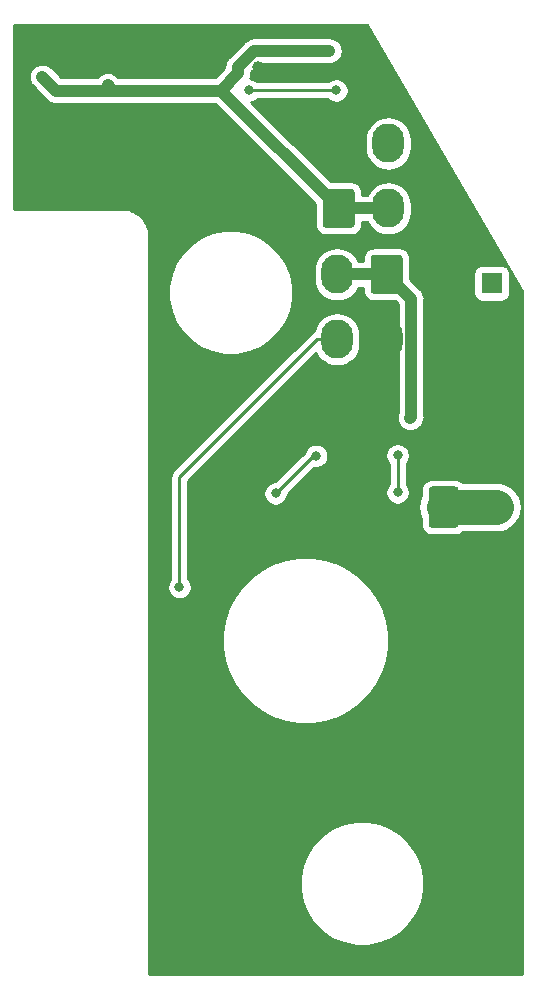
<source format=gbr>
G04 #@! TF.GenerationSoftware,KiCad,Pcbnew,(5.1.6)-1*
G04 #@! TF.CreationDate,2021-08-23T12:19:07+10:00*
G04 #@! TF.ProjectId,AV COOL PCB V2,41562043-4f4f-44c2-9050-43422056322e,rev?*
G04 #@! TF.SameCoordinates,Original*
G04 #@! TF.FileFunction,Copper,L2,Bot*
G04 #@! TF.FilePolarity,Positive*
%FSLAX46Y46*%
G04 Gerber Fmt 4.6, Leading zero omitted, Abs format (unit mm)*
G04 Created by KiCad (PCBNEW (5.1.6)-1) date 2021-08-23 12:19:07*
%MOMM*%
%LPD*%
G01*
G04 APERTURE LIST*
G04 #@! TA.AperFunction,ComponentPad*
%ADD10O,2.700000X3.300000*%
G04 #@! TD*
G04 #@! TA.AperFunction,ComponentPad*
%ADD11C,1.800000*%
G04 #@! TD*
G04 #@! TA.AperFunction,ComponentPad*
%ADD12R,1.800000X1.800000*%
G04 #@! TD*
G04 #@! TA.AperFunction,ViaPad*
%ADD13C,1.000000*%
G04 #@! TD*
G04 #@! TA.AperFunction,ViaPad*
%ADD14C,0.800000*%
G04 #@! TD*
G04 #@! TA.AperFunction,Conductor*
%ADD15C,1.000000*%
G04 #@! TD*
G04 #@! TA.AperFunction,Conductor*
%ADD16C,3.000000*%
G04 #@! TD*
G04 #@! TA.AperFunction,Conductor*
%ADD17C,0.250000*%
G04 #@! TD*
G04 #@! TA.AperFunction,Conductor*
%ADD18C,0.254000*%
G04 #@! TD*
G04 APERTURE END LIST*
D10*
G04 #@! TO.P,J2,4*
G04 #@! TO.N,/DATAOUT*
X236846000Y-61888000D03*
G04 #@! TO.P,J2,3*
G04 #@! TO.N,/LEDGND*
X241046000Y-61888000D03*
G04 #@! TO.P,J2,2*
G04 #@! TO.N,/LED+5V*
X236846000Y-56388000D03*
G04 #@! TO.P,J2,1*
G04 #@! TA.AperFunction,ComponentPad*
G36*
G01*
X242396000Y-54988001D02*
X242396000Y-57787999D01*
G75*
G02*
X242145999Y-58038000I-250001J0D01*
G01*
X239946001Y-58038000D01*
G75*
G02*
X239696000Y-57787999I0J250001D01*
G01*
X239696000Y-54988001D01*
G75*
G02*
X239946001Y-54738000I250001J0D01*
G01*
X242145999Y-54738000D01*
G75*
G02*
X242396000Y-54988001I0J-250001D01*
G01*
G37*
G04 #@! TD.AperFunction*
G04 #@! TD*
G04 #@! TO.P,J1,4*
G04 #@! TO.N,/DATAIN*
X241182000Y-45300000D03*
G04 #@! TO.P,J1,3*
G04 #@! TO.N,/LEDGND*
X236982000Y-45300000D03*
G04 #@! TO.P,J1,2*
G04 #@! TO.N,/LED+5V*
X241182000Y-50800000D03*
G04 #@! TO.P,J1,1*
G04 #@! TA.AperFunction,ComponentPad*
G36*
G01*
X235632000Y-52199999D02*
X235632000Y-49400001D01*
G75*
G02*
X235882001Y-49150000I250001J0D01*
G01*
X238081999Y-49150000D01*
G75*
G02*
X238332000Y-49400001I0J-250001D01*
G01*
X238332000Y-52199999D01*
G75*
G02*
X238081999Y-52450000I-250001J0D01*
G01*
X235882001Y-52450000D01*
G75*
G02*
X235632000Y-52199999I0J250001D01*
G01*
G37*
G04 #@! TD.AperFunction*
G04 #@! TD*
D11*
G04 #@! TO.P,D1,2*
G04 #@! TO.N,/LEDGND*
X247396000Y-57150000D03*
D12*
G04 #@! TO.P,D1,1*
G04 #@! TO.N,Net-(D1-Pad1)*
X249936000Y-57150000D03*
G04 #@! TD*
G04 #@! TO.P,C1,2*
G04 #@! TO.N,/LEDGND*
G04 #@! TA.AperFunction,SMDPad,CuDef*
G36*
G01*
X246872000Y-71346000D02*
X244872000Y-71346000D01*
G75*
G02*
X244622000Y-71096000I0J250000D01*
G01*
X244622000Y-68096000D01*
G75*
G02*
X244872000Y-67846000I250000J0D01*
G01*
X246872000Y-67846000D01*
G75*
G02*
X247122000Y-68096000I0J-250000D01*
G01*
X247122000Y-71096000D01*
G75*
G02*
X246872000Y-71346000I-250000J0D01*
G01*
G37*
G04 #@! TD.AperFunction*
G04 #@! TO.P,C1,1*
G04 #@! TO.N,/LED+5V*
G04 #@! TA.AperFunction,SMDPad,CuDef*
G36*
G01*
X246872000Y-77846000D02*
X244872000Y-77846000D01*
G75*
G02*
X244622000Y-77596000I0J250000D01*
G01*
X244622000Y-74596000D01*
G75*
G02*
X244872000Y-74346000I250000J0D01*
G01*
X246872000Y-74346000D01*
G75*
G02*
X247122000Y-74596000I0J-250000D01*
G01*
X247122000Y-77596000D01*
G75*
G02*
X246872000Y-77846000I-250000J0D01*
G01*
G37*
G04 #@! TD.AperFunction*
G04 #@! TD*
D13*
G04 #@! TO.N,/LEDGND*
X243586000Y-97790000D03*
X231648000Y-97790000D03*
X224536000Y-92964000D03*
X231394000Y-76454000D03*
X244094000Y-82550000D03*
X236220000Y-70104000D03*
X243586000Y-70104000D03*
X213538000Y-38938000D03*
X222758000Y-38862000D03*
X230124000Y-38862000D03*
X237744000Y-38862000D03*
X242062000Y-76454000D03*
X225628000Y-69926000D03*
G04 #@! TO.N,/LED+5V*
X243057000Y-68535600D03*
X236180000Y-37454800D03*
X228452300Y-39377500D03*
X211891500Y-39672400D03*
X248262000Y-76096000D03*
X249278000Y-76096000D03*
X250340000Y-76096000D03*
X217424000Y-40386000D03*
D14*
G04 #@! TO.N,/DATAOUT*
X223504000Y-82862100D03*
G04 #@! TO.N,Net-(D4-Pad3)*
X236786600Y-40807100D03*
X229382700Y-40807100D03*
G04 #@! TO.N,Net-(D7-Pad3)*
X235089001Y-71742999D03*
X231648000Y-74930000D03*
G04 #@! TO.N,Net-(D10-Pad6)*
X241986000Y-71704000D03*
X241986000Y-74854000D03*
G04 #@! TD*
D15*
G04 #@! TO.N,/LED+5V*
X241046000Y-56388000D02*
X243116700Y-58458700D01*
X243116700Y-58458700D02*
X243116700Y-68475900D01*
X243116700Y-68475900D02*
X243057000Y-68535600D01*
X236846000Y-56388000D02*
X241046000Y-56388000D01*
X228452300Y-39377500D02*
X228452300Y-38821000D01*
X228452300Y-38821000D02*
X229818500Y-37454800D01*
X229818500Y-37454800D02*
X236180000Y-37454800D01*
X227005900Y-40823900D02*
X228452300Y-39377500D01*
X227005900Y-40823900D02*
X236982000Y-50800000D01*
X236982000Y-50800000D02*
X241182000Y-50800000D01*
D16*
X249278000Y-76096000D02*
X250340000Y-76096000D01*
X245872000Y-76096000D02*
X248262000Y-76096000D01*
X248262000Y-76096000D02*
X249278000Y-76096000D01*
D15*
X227005900Y-40823900D02*
X217748100Y-40823900D01*
X217748100Y-40710100D02*
X217424000Y-40386000D01*
X217748100Y-40823900D02*
X217748100Y-40710100D01*
X213043000Y-40823900D02*
X211891500Y-39672400D01*
X217748100Y-40823900D02*
X213043000Y-40823900D01*
D17*
G04 #@! TO.N,/DATAOUT*
X236846000Y-61888000D02*
X235171000Y-61888000D01*
X235171000Y-61888000D02*
X223504000Y-73554900D01*
X223504000Y-73554900D02*
X223504000Y-82862100D01*
G04 #@! TO.N,Net-(D4-Pad3)*
X229382700Y-40807100D02*
X236786600Y-40807100D01*
G04 #@! TO.N,Net-(D7-Pad3)*
X234835001Y-71742999D02*
X235089001Y-71742999D01*
X231648000Y-74930000D02*
X234835001Y-71742999D01*
G04 #@! TO.N,Net-(D10-Pad6)*
X241986000Y-74854000D02*
X241986000Y-71704000D01*
G04 #@! TD*
D18*
G04 #@! TO.N,/LEDGND*
G36*
X252502955Y-57793434D02*
G01*
X252502954Y-115597041D01*
X220952935Y-115597041D01*
X220952945Y-107430271D01*
X233673519Y-107430271D01*
X233673519Y-108469749D01*
X233876311Y-109489254D01*
X234274102Y-110449607D01*
X234851606Y-111313901D01*
X235586628Y-112048923D01*
X236450922Y-112626427D01*
X237411275Y-113024218D01*
X238430780Y-113227010D01*
X239470258Y-113227010D01*
X240489763Y-113024218D01*
X241450116Y-112626427D01*
X242314410Y-112048923D01*
X243049432Y-111313901D01*
X243626936Y-110449607D01*
X244024727Y-109489254D01*
X244227519Y-108469749D01*
X244227519Y-107430271D01*
X244024727Y-106410766D01*
X243626936Y-105450413D01*
X243049432Y-104586119D01*
X242314410Y-103851097D01*
X241450116Y-103273593D01*
X240489763Y-102875802D01*
X239470258Y-102673010D01*
X238430780Y-102673010D01*
X237411275Y-102875802D01*
X236450922Y-103273593D01*
X235586628Y-103851097D01*
X234851606Y-104586119D01*
X234274102Y-105450413D01*
X233876311Y-106410766D01*
X233673519Y-107430271D01*
X220952945Y-107430271D01*
X220952973Y-86818558D01*
X227104921Y-86818558D01*
X227104921Y-87933462D01*
X227279331Y-89034639D01*
X227623855Y-90094976D01*
X228130011Y-91088362D01*
X228785335Y-91990338D01*
X229573691Y-92778694D01*
X230475667Y-93434018D01*
X231469053Y-93940174D01*
X232529390Y-94284698D01*
X233630567Y-94459108D01*
X234745471Y-94459108D01*
X235846648Y-94284698D01*
X236906985Y-93940174D01*
X237900371Y-93434018D01*
X238802347Y-92778694D01*
X239590703Y-91990338D01*
X240246027Y-91088362D01*
X240752183Y-90094976D01*
X241096707Y-89034639D01*
X241271117Y-87933462D01*
X241271117Y-86818558D01*
X241096707Y-85717381D01*
X240752183Y-84657044D01*
X240246027Y-83663658D01*
X239590703Y-82761682D01*
X238802347Y-81973326D01*
X237900371Y-81318002D01*
X236906985Y-80811846D01*
X235846648Y-80467322D01*
X234745471Y-80292912D01*
X233630567Y-80292912D01*
X232529390Y-80467322D01*
X231469053Y-80811846D01*
X230475667Y-81318002D01*
X229573691Y-81973326D01*
X228785335Y-82761682D01*
X228130011Y-83663658D01*
X227623855Y-84657044D01*
X227279331Y-85717381D01*
X227104921Y-86818558D01*
X220952973Y-86818558D01*
X220952979Y-82760161D01*
X222469000Y-82760161D01*
X222469000Y-82964039D01*
X222508774Y-83163998D01*
X222586795Y-83352356D01*
X222700063Y-83521874D01*
X222844226Y-83666037D01*
X223013744Y-83779305D01*
X223202102Y-83857326D01*
X223402061Y-83897100D01*
X223605939Y-83897100D01*
X223805898Y-83857326D01*
X223994256Y-83779305D01*
X224163774Y-83666037D01*
X224307937Y-83521874D01*
X224421205Y-83352356D01*
X224499226Y-83163998D01*
X224539000Y-82964039D01*
X224539000Y-82760161D01*
X224499226Y-82560202D01*
X224421205Y-82371844D01*
X224307937Y-82202326D01*
X224264000Y-82158389D01*
X224264000Y-76096000D01*
X243726670Y-76096000D01*
X243767892Y-76514533D01*
X243889974Y-76916982D01*
X243983928Y-77092758D01*
X243983928Y-77596000D01*
X244000992Y-77769254D01*
X244051528Y-77935850D01*
X244133595Y-78089386D01*
X244244038Y-78223962D01*
X244378614Y-78334405D01*
X244532150Y-78416472D01*
X244698746Y-78467008D01*
X244872000Y-78484072D01*
X246872000Y-78484072D01*
X247045254Y-78467008D01*
X247211850Y-78416472D01*
X247365386Y-78334405D01*
X247491386Y-78231000D01*
X250444882Y-78231000D01*
X250758533Y-78200108D01*
X251160982Y-78078026D01*
X251531881Y-77879777D01*
X251856977Y-77612977D01*
X252123777Y-77287881D01*
X252322026Y-76916982D01*
X252444108Y-76514533D01*
X252485330Y-76096000D01*
X252444108Y-75677467D01*
X252322026Y-75275018D01*
X252123777Y-74904119D01*
X251856977Y-74579023D01*
X251531881Y-74312223D01*
X251160982Y-74113974D01*
X250758533Y-73991892D01*
X250444882Y-73961000D01*
X247491386Y-73961000D01*
X247365386Y-73857595D01*
X247211850Y-73775528D01*
X247045254Y-73724992D01*
X246872000Y-73707928D01*
X244872000Y-73707928D01*
X244698746Y-73724992D01*
X244532150Y-73775528D01*
X244378614Y-73857595D01*
X244244038Y-73968038D01*
X244133595Y-74102614D01*
X244051528Y-74256150D01*
X244000992Y-74422746D01*
X243983928Y-74596000D01*
X243983928Y-75099242D01*
X243889974Y-75275018D01*
X243767892Y-75677467D01*
X243726670Y-76096000D01*
X224264000Y-76096000D01*
X224264000Y-74828061D01*
X230613000Y-74828061D01*
X230613000Y-75031939D01*
X230652774Y-75231898D01*
X230730795Y-75420256D01*
X230844063Y-75589774D01*
X230988226Y-75733937D01*
X231157744Y-75847205D01*
X231346102Y-75925226D01*
X231546061Y-75965000D01*
X231749939Y-75965000D01*
X231949898Y-75925226D01*
X232138256Y-75847205D01*
X232307774Y-75733937D01*
X232451937Y-75589774D01*
X232565205Y-75420256D01*
X232643226Y-75231898D01*
X232683000Y-75031939D01*
X232683000Y-74969801D01*
X234893428Y-72759374D01*
X234987062Y-72777999D01*
X235190940Y-72777999D01*
X235390899Y-72738225D01*
X235579257Y-72660204D01*
X235748775Y-72546936D01*
X235892938Y-72402773D01*
X236006206Y-72233255D01*
X236084227Y-72044897D01*
X236124001Y-71844938D01*
X236124001Y-71641060D01*
X236116244Y-71602061D01*
X240951000Y-71602061D01*
X240951000Y-71805939D01*
X240990774Y-72005898D01*
X241068795Y-72194256D01*
X241182063Y-72363774D01*
X241226001Y-72407712D01*
X241226000Y-74150289D01*
X241182063Y-74194226D01*
X241068795Y-74363744D01*
X240990774Y-74552102D01*
X240951000Y-74752061D01*
X240951000Y-74955939D01*
X240990774Y-75155898D01*
X241068795Y-75344256D01*
X241182063Y-75513774D01*
X241326226Y-75657937D01*
X241495744Y-75771205D01*
X241684102Y-75849226D01*
X241884061Y-75889000D01*
X242087939Y-75889000D01*
X242287898Y-75849226D01*
X242476256Y-75771205D01*
X242645774Y-75657937D01*
X242789937Y-75513774D01*
X242903205Y-75344256D01*
X242981226Y-75155898D01*
X243021000Y-74955939D01*
X243021000Y-74752061D01*
X242981226Y-74552102D01*
X242903205Y-74363744D01*
X242789937Y-74194226D01*
X242746000Y-74150289D01*
X242746000Y-72407711D01*
X242789937Y-72363774D01*
X242903205Y-72194256D01*
X242981226Y-72005898D01*
X243021000Y-71805939D01*
X243021000Y-71602061D01*
X242981226Y-71402102D01*
X242903205Y-71213744D01*
X242789937Y-71044226D01*
X242645774Y-70900063D01*
X242476256Y-70786795D01*
X242287898Y-70708774D01*
X242087939Y-70669000D01*
X241884061Y-70669000D01*
X241684102Y-70708774D01*
X241495744Y-70786795D01*
X241326226Y-70900063D01*
X241182063Y-71044226D01*
X241068795Y-71213744D01*
X240990774Y-71402102D01*
X240951000Y-71602061D01*
X236116244Y-71602061D01*
X236084227Y-71441101D01*
X236006206Y-71252743D01*
X235892938Y-71083225D01*
X235748775Y-70939062D01*
X235579257Y-70825794D01*
X235390899Y-70747773D01*
X235190940Y-70707999D01*
X234987062Y-70707999D01*
X234787103Y-70747773D01*
X234598745Y-70825794D01*
X234429227Y-70939062D01*
X234285064Y-71083225D01*
X234171796Y-71252743D01*
X234116175Y-71387023D01*
X231608199Y-73895000D01*
X231546061Y-73895000D01*
X231346102Y-73934774D01*
X231157744Y-74012795D01*
X230988226Y-74126063D01*
X230844063Y-74270226D01*
X230730795Y-74439744D01*
X230652774Y-74628102D01*
X230613000Y-74828061D01*
X224264000Y-74828061D01*
X224264000Y-73869703D01*
X235065670Y-63068127D01*
X235187547Y-63296143D01*
X235435602Y-63598398D01*
X235737857Y-63846453D01*
X236082698Y-64030774D01*
X236456872Y-64144278D01*
X236846000Y-64182604D01*
X237235127Y-64144278D01*
X237609301Y-64030774D01*
X237954143Y-63846453D01*
X238256398Y-63598398D01*
X238504453Y-63296143D01*
X238688774Y-62951302D01*
X238802278Y-62577128D01*
X238831000Y-62285510D01*
X238831000Y-61490491D01*
X238802278Y-61198873D01*
X238688774Y-60824698D01*
X238504453Y-60479857D01*
X238256398Y-60177602D01*
X237954143Y-59929547D01*
X237609302Y-59745226D01*
X237235128Y-59631722D01*
X236846000Y-59593396D01*
X236456873Y-59631722D01*
X236082699Y-59745226D01*
X235737858Y-59929547D01*
X235435603Y-60177602D01*
X235187547Y-60479857D01*
X235003226Y-60824698D01*
X234896319Y-61177126D01*
X234878753Y-61182454D01*
X234746724Y-61253026D01*
X234630999Y-61347999D01*
X234607203Y-61376995D01*
X222993000Y-72991099D01*
X222963999Y-73014899D01*
X222869026Y-73130625D01*
X222798454Y-73262654D01*
X222754997Y-73405915D01*
X222744000Y-73517568D01*
X222744000Y-73517574D01*
X222740324Y-73554897D01*
X222744000Y-73592222D01*
X222744001Y-82158388D01*
X222700063Y-82202326D01*
X222586795Y-82371844D01*
X222508774Y-82560202D01*
X222469000Y-82760161D01*
X220952979Y-82760161D01*
X220953013Y-57392261D01*
X222561000Y-57392261D01*
X222561000Y-58431739D01*
X222763792Y-59451244D01*
X223161583Y-60411597D01*
X223739087Y-61275891D01*
X224474109Y-62010913D01*
X225338403Y-62588417D01*
X226298756Y-62986208D01*
X227318261Y-63189000D01*
X228357739Y-63189000D01*
X229377244Y-62986208D01*
X230337597Y-62588417D01*
X231201891Y-62010913D01*
X231936913Y-61275891D01*
X232514417Y-60411597D01*
X232912208Y-59451244D01*
X233115000Y-58431739D01*
X233115000Y-57392261D01*
X232912208Y-56372756D01*
X232753869Y-55990490D01*
X234861000Y-55990490D01*
X234861000Y-56785509D01*
X234889722Y-57077127D01*
X235003226Y-57451301D01*
X235187547Y-57796143D01*
X235435602Y-58098398D01*
X235737857Y-58346453D01*
X236082698Y-58530774D01*
X236456872Y-58644278D01*
X236846000Y-58682604D01*
X237235127Y-58644278D01*
X237609301Y-58530774D01*
X237954143Y-58346453D01*
X238256398Y-58098398D01*
X238504453Y-57796143D01*
X238650451Y-57523000D01*
X239057928Y-57523000D01*
X239057928Y-57787999D01*
X239074992Y-57961253D01*
X239125529Y-58127850D01*
X239207595Y-58281386D01*
X239318039Y-58415961D01*
X239452614Y-58526405D01*
X239606150Y-58608471D01*
X239772747Y-58659008D01*
X239946001Y-58676072D01*
X241728940Y-58676072D01*
X241981700Y-58928832D01*
X241981701Y-68165703D01*
X241965617Y-68204533D01*
X241954684Y-68259497D01*
X241938423Y-68313102D01*
X241932932Y-68368852D01*
X241922000Y-68423812D01*
X241922000Y-68479849D01*
X241916509Y-68535600D01*
X241922000Y-68591351D01*
X241922000Y-68647388D01*
X241932932Y-68702348D01*
X241938423Y-68758098D01*
X241954684Y-68811703D01*
X241965617Y-68866667D01*
X241987064Y-68918445D01*
X242003324Y-68972046D01*
X242029728Y-69021445D01*
X242051176Y-69073224D01*
X242082313Y-69119824D01*
X242108717Y-69169222D01*
X242144251Y-69212520D01*
X242175388Y-69259120D01*
X242215019Y-69298751D01*
X242250552Y-69342048D01*
X242293849Y-69377581D01*
X242333480Y-69417212D01*
X242380080Y-69448349D01*
X242423378Y-69483883D01*
X242472776Y-69510287D01*
X242519376Y-69541424D01*
X242571155Y-69562872D01*
X242620554Y-69589276D01*
X242674155Y-69605536D01*
X242725933Y-69626983D01*
X242780897Y-69637916D01*
X242834502Y-69654177D01*
X242890252Y-69659668D01*
X242945212Y-69670600D01*
X243001249Y-69670600D01*
X243057000Y-69676091D01*
X243112751Y-69670600D01*
X243168788Y-69670600D01*
X243223748Y-69659668D01*
X243279498Y-69654177D01*
X243333103Y-69637916D01*
X243388067Y-69626983D01*
X243439845Y-69605536D01*
X243493446Y-69589276D01*
X243542845Y-69562872D01*
X243594624Y-69541424D01*
X243641224Y-69510287D01*
X243690622Y-69483883D01*
X243733921Y-69448349D01*
X243780520Y-69417212D01*
X243879841Y-69317891D01*
X243923149Y-69282349D01*
X244064984Y-69109523D01*
X244170376Y-68912347D01*
X244235277Y-68698399D01*
X244251700Y-68531652D01*
X244251700Y-68531651D01*
X244257191Y-68475900D01*
X244251700Y-68420148D01*
X244251700Y-58514451D01*
X244257191Y-58458699D01*
X244235277Y-58236201D01*
X244170376Y-58022253D01*
X244137771Y-57961253D01*
X244064984Y-57825077D01*
X243923149Y-57652251D01*
X243879841Y-57616709D01*
X243034072Y-56770940D01*
X243034072Y-56250000D01*
X248397928Y-56250000D01*
X248397928Y-58050000D01*
X248410188Y-58174482D01*
X248446498Y-58294180D01*
X248505463Y-58404494D01*
X248584815Y-58501185D01*
X248681506Y-58580537D01*
X248791820Y-58639502D01*
X248911518Y-58675812D01*
X249036000Y-58688072D01*
X250836000Y-58688072D01*
X250960482Y-58675812D01*
X251080180Y-58639502D01*
X251190494Y-58580537D01*
X251287185Y-58501185D01*
X251366537Y-58404494D01*
X251425502Y-58294180D01*
X251461812Y-58174482D01*
X251474072Y-58050000D01*
X251474072Y-56250000D01*
X251461812Y-56125518D01*
X251425502Y-56005820D01*
X251366537Y-55895506D01*
X251287185Y-55798815D01*
X251190494Y-55719463D01*
X251080180Y-55660498D01*
X250960482Y-55624188D01*
X250836000Y-55611928D01*
X249036000Y-55611928D01*
X248911518Y-55624188D01*
X248791820Y-55660498D01*
X248681506Y-55719463D01*
X248584815Y-55798815D01*
X248505463Y-55895506D01*
X248446498Y-56005820D01*
X248410188Y-56125518D01*
X248397928Y-56250000D01*
X243034072Y-56250000D01*
X243034072Y-54988001D01*
X243017008Y-54814747D01*
X242966471Y-54648150D01*
X242884405Y-54494614D01*
X242773961Y-54360039D01*
X242639386Y-54249595D01*
X242485850Y-54167529D01*
X242319253Y-54116992D01*
X242145999Y-54099928D01*
X239946001Y-54099928D01*
X239772747Y-54116992D01*
X239606150Y-54167529D01*
X239452614Y-54249595D01*
X239318039Y-54360039D01*
X239207595Y-54494614D01*
X239125529Y-54648150D01*
X239074992Y-54814747D01*
X239057928Y-54988001D01*
X239057928Y-55253000D01*
X238650451Y-55253000D01*
X238504453Y-54979857D01*
X238256398Y-54677602D01*
X237954143Y-54429547D01*
X237609302Y-54245226D01*
X237235128Y-54131722D01*
X236846000Y-54093396D01*
X236456873Y-54131722D01*
X236082699Y-54245226D01*
X235737858Y-54429547D01*
X235435603Y-54677602D01*
X235187547Y-54979857D01*
X235003226Y-55324698D01*
X234889722Y-55698872D01*
X234861000Y-55990490D01*
X232753869Y-55990490D01*
X232514417Y-55412403D01*
X231936913Y-54548109D01*
X231201891Y-53813087D01*
X230337597Y-53235583D01*
X229377244Y-52837792D01*
X228357739Y-52635000D01*
X227318261Y-52635000D01*
X226298756Y-52837792D01*
X225338403Y-53235583D01*
X224474109Y-53813087D01*
X223739087Y-54548109D01*
X223161583Y-55412403D01*
X222763792Y-56372756D01*
X222561000Y-57392261D01*
X220953013Y-57392261D01*
X220953019Y-53113406D01*
X220949887Y-53081602D01*
X220949955Y-53071813D01*
X220948954Y-53061600D01*
X220916569Y-52753472D01*
X220903166Y-52688178D01*
X220890690Y-52622778D01*
X220887725Y-52612954D01*
X220796107Y-52316984D01*
X220770269Y-52255517D01*
X220745336Y-52193806D01*
X220740519Y-52184746D01*
X220740519Y-52184745D01*
X220740514Y-52184738D01*
X220593157Y-51912207D01*
X220555907Y-51856981D01*
X220519430Y-51801238D01*
X220512944Y-51793285D01*
X220315454Y-51554560D01*
X220268162Y-51507597D01*
X220221573Y-51460022D01*
X220213666Y-51453480D01*
X219973568Y-51257662D01*
X219918070Y-51220790D01*
X219863118Y-51183163D01*
X219854091Y-51178282D01*
X219580531Y-51032827D01*
X219518915Y-51007431D01*
X219457708Y-50981198D01*
X219447905Y-50978163D01*
X219151303Y-50888614D01*
X219085926Y-50875669D01*
X219020796Y-50861825D01*
X219010590Y-50860752D01*
X218702243Y-50830518D01*
X218701789Y-50830518D01*
X218666649Y-50827057D01*
X209522913Y-50827057D01*
X209522972Y-39672400D01*
X210751009Y-39672400D01*
X210756500Y-39728151D01*
X210756500Y-39784188D01*
X210767432Y-39839148D01*
X210772923Y-39894898D01*
X210789184Y-39948503D01*
X210800117Y-40003467D01*
X210821564Y-40055245D01*
X210837824Y-40108846D01*
X210864228Y-40158245D01*
X210885676Y-40210024D01*
X210916813Y-40256624D01*
X210943217Y-40306022D01*
X210978751Y-40349321D01*
X211009888Y-40395920D01*
X211167980Y-40554012D01*
X211167983Y-40554014D01*
X212201008Y-41587040D01*
X212236551Y-41630349D01*
X212409377Y-41772184D01*
X212606553Y-41877576D01*
X212820501Y-41942477D01*
X213043000Y-41964391D01*
X213098751Y-41958900D01*
X217692348Y-41958900D01*
X217748100Y-41964391D01*
X217803851Y-41958900D01*
X226535769Y-41958900D01*
X234993928Y-50417060D01*
X234993928Y-52199999D01*
X235010992Y-52373253D01*
X235061529Y-52539850D01*
X235143595Y-52693386D01*
X235254039Y-52827961D01*
X235388614Y-52938405D01*
X235542150Y-53020471D01*
X235708747Y-53071008D01*
X235882001Y-53088072D01*
X238081999Y-53088072D01*
X238255253Y-53071008D01*
X238421850Y-53020471D01*
X238575386Y-52938405D01*
X238709961Y-52827961D01*
X238820405Y-52693386D01*
X238902471Y-52539850D01*
X238953008Y-52373253D01*
X238970072Y-52199999D01*
X238970072Y-51935000D01*
X239377549Y-51935000D01*
X239523547Y-52208143D01*
X239771603Y-52510398D01*
X240073858Y-52758453D01*
X240418699Y-52942774D01*
X240792873Y-53056278D01*
X241182000Y-53094604D01*
X241571128Y-53056278D01*
X241945302Y-52942774D01*
X242290143Y-52758453D01*
X242592398Y-52510398D01*
X242840453Y-52208143D01*
X243024774Y-51863302D01*
X243138278Y-51489127D01*
X243167000Y-51197509D01*
X243167000Y-50402490D01*
X243138278Y-50110872D01*
X243024774Y-49736698D01*
X242840453Y-49391857D01*
X242592398Y-49089602D01*
X242290143Y-48841547D01*
X241945301Y-48657226D01*
X241571127Y-48543722D01*
X241182000Y-48505396D01*
X240792872Y-48543722D01*
X240418698Y-48657226D01*
X240073857Y-48841547D01*
X239771602Y-49089602D01*
X239523547Y-49391857D01*
X239377550Y-49665000D01*
X238970072Y-49665000D01*
X238970072Y-49400001D01*
X238953008Y-49226747D01*
X238902471Y-49060150D01*
X238820405Y-48906614D01*
X238709961Y-48772039D01*
X238575386Y-48661595D01*
X238421850Y-48579529D01*
X238255253Y-48528992D01*
X238081999Y-48511928D01*
X236299060Y-48511928D01*
X232689623Y-44902491D01*
X239197000Y-44902491D01*
X239197000Y-45697510D01*
X239225722Y-45989128D01*
X239339226Y-46363302D01*
X239523547Y-46708143D01*
X239771603Y-47010398D01*
X240073858Y-47258453D01*
X240418699Y-47442774D01*
X240792873Y-47556278D01*
X241182000Y-47594604D01*
X241571128Y-47556278D01*
X241945302Y-47442774D01*
X242290143Y-47258453D01*
X242592398Y-47010398D01*
X242840453Y-46708143D01*
X243024774Y-46363302D01*
X243138278Y-45989127D01*
X243167000Y-45697509D01*
X243167000Y-44902490D01*
X243138278Y-44610872D01*
X243024774Y-44236698D01*
X242840453Y-43891857D01*
X242592398Y-43589602D01*
X242290143Y-43341547D01*
X241945301Y-43157226D01*
X241571127Y-43043722D01*
X241182000Y-43005396D01*
X240792872Y-43043722D01*
X240418698Y-43157226D01*
X240073857Y-43341547D01*
X239771602Y-43589602D01*
X239523547Y-43891857D01*
X239339226Y-44236699D01*
X239225722Y-44610873D01*
X239197000Y-44902491D01*
X232689623Y-44902491D01*
X229605242Y-41818111D01*
X229684598Y-41802326D01*
X229872956Y-41724305D01*
X230042474Y-41611037D01*
X230086411Y-41567100D01*
X236082889Y-41567100D01*
X236126826Y-41611037D01*
X236296344Y-41724305D01*
X236484702Y-41802326D01*
X236684661Y-41842100D01*
X236888539Y-41842100D01*
X237088498Y-41802326D01*
X237276856Y-41724305D01*
X237446374Y-41611037D01*
X237590537Y-41466874D01*
X237703805Y-41297356D01*
X237781826Y-41108998D01*
X237821600Y-40909039D01*
X237821600Y-40705161D01*
X237781826Y-40505202D01*
X237703805Y-40316844D01*
X237590537Y-40147326D01*
X237446374Y-40003163D01*
X237276856Y-39889895D01*
X237088498Y-39811874D01*
X236888539Y-39772100D01*
X236684661Y-39772100D01*
X236484702Y-39811874D01*
X236296344Y-39889895D01*
X236126826Y-40003163D01*
X236082889Y-40047100D01*
X230086411Y-40047100D01*
X230042474Y-40003163D01*
X229872956Y-39889895D01*
X229684598Y-39811874D01*
X229516734Y-39778484D01*
X229522237Y-39760342D01*
X229543683Y-39708567D01*
X229554615Y-39653606D01*
X229570877Y-39599999D01*
X229576368Y-39544247D01*
X229587300Y-39489288D01*
X229587300Y-39433243D01*
X229592790Y-39377501D01*
X229587300Y-39321759D01*
X229587300Y-39291132D01*
X230288632Y-38589800D01*
X236291788Y-38589800D01*
X236346747Y-38578868D01*
X236402499Y-38573377D01*
X236456106Y-38557115D01*
X236511067Y-38546183D01*
X236562842Y-38524737D01*
X236616447Y-38508476D01*
X236665851Y-38482069D01*
X236717624Y-38460624D01*
X236764214Y-38429493D01*
X236813623Y-38403084D01*
X236856932Y-38367541D01*
X236903520Y-38336412D01*
X236943141Y-38296791D01*
X236986449Y-38261249D01*
X237021991Y-38217941D01*
X237061612Y-38178320D01*
X237092741Y-38131732D01*
X237128284Y-38088423D01*
X237154693Y-38039014D01*
X237185824Y-37992424D01*
X237207269Y-37940651D01*
X237233676Y-37891247D01*
X237249937Y-37837642D01*
X237271383Y-37785867D01*
X237282315Y-37730906D01*
X237298577Y-37677299D01*
X237304068Y-37621547D01*
X237315000Y-37566588D01*
X237315000Y-37510552D01*
X237320491Y-37454800D01*
X237315000Y-37399048D01*
X237315000Y-37343012D01*
X237304068Y-37288053D01*
X237298577Y-37232301D01*
X237282315Y-37178694D01*
X237271383Y-37123733D01*
X237249937Y-37071958D01*
X237233676Y-37018353D01*
X237207269Y-36968949D01*
X237185824Y-36917176D01*
X237154693Y-36870586D01*
X237128284Y-36821177D01*
X237092741Y-36777868D01*
X237061612Y-36731280D01*
X237021991Y-36691659D01*
X236986449Y-36648351D01*
X236943141Y-36612809D01*
X236903520Y-36573188D01*
X236856932Y-36542059D01*
X236813623Y-36506516D01*
X236764214Y-36480107D01*
X236717624Y-36448976D01*
X236665851Y-36427531D01*
X236616447Y-36401124D01*
X236562842Y-36384863D01*
X236511067Y-36363417D01*
X236456106Y-36352485D01*
X236402499Y-36336223D01*
X236346747Y-36330732D01*
X236291788Y-36319800D01*
X229874252Y-36319800D01*
X229818500Y-36314309D01*
X229596001Y-36336223D01*
X229382053Y-36401124D01*
X229184877Y-36506516D01*
X229055356Y-36612811D01*
X229055354Y-36612813D01*
X229012051Y-36648351D01*
X228976513Y-36691654D01*
X227689160Y-37979009D01*
X227645852Y-38014551D01*
X227504017Y-38187377D01*
X227398624Y-38384553D01*
X227333723Y-38598501D01*
X227333723Y-38598502D01*
X227311809Y-38821000D01*
X227317300Y-38876751D01*
X227317300Y-38907368D01*
X226535769Y-39688900D01*
X218332031Y-39688900D01*
X218305613Y-39662482D01*
X218305612Y-39662480D01*
X218147520Y-39504388D01*
X218100921Y-39473251D01*
X218057622Y-39437717D01*
X218008224Y-39411313D01*
X217961624Y-39380176D01*
X217909845Y-39358728D01*
X217860446Y-39332324D01*
X217806845Y-39316064D01*
X217755067Y-39294617D01*
X217700103Y-39283684D01*
X217646498Y-39267423D01*
X217590748Y-39261932D01*
X217535788Y-39251000D01*
X217479751Y-39251000D01*
X217424000Y-39245509D01*
X217368249Y-39251000D01*
X217312212Y-39251000D01*
X217257252Y-39261932D01*
X217201502Y-39267423D01*
X217147897Y-39283684D01*
X217092933Y-39294617D01*
X217041155Y-39316064D01*
X216987554Y-39332324D01*
X216938155Y-39358728D01*
X216886376Y-39380176D01*
X216839776Y-39411313D01*
X216790378Y-39437717D01*
X216747080Y-39473251D01*
X216700480Y-39504388D01*
X216660849Y-39544019D01*
X216617552Y-39579552D01*
X216582019Y-39622849D01*
X216542388Y-39662480D01*
X216524735Y-39688900D01*
X213513132Y-39688900D01*
X212773114Y-38948883D01*
X212773112Y-38948880D01*
X212615020Y-38790788D01*
X212568421Y-38759651D01*
X212525122Y-38724117D01*
X212475724Y-38697713D01*
X212429124Y-38666576D01*
X212377345Y-38645128D01*
X212327946Y-38618724D01*
X212274345Y-38602464D01*
X212222567Y-38581017D01*
X212167603Y-38570084D01*
X212113998Y-38553823D01*
X212058248Y-38548332D01*
X212003288Y-38537400D01*
X211947251Y-38537400D01*
X211891500Y-38531909D01*
X211835749Y-38537400D01*
X211779712Y-38537400D01*
X211724752Y-38548332D01*
X211669002Y-38553823D01*
X211615397Y-38570084D01*
X211560433Y-38581017D01*
X211508655Y-38602464D01*
X211455054Y-38618724D01*
X211405655Y-38645128D01*
X211353876Y-38666576D01*
X211307276Y-38697713D01*
X211257878Y-38724117D01*
X211214580Y-38759651D01*
X211167980Y-38790788D01*
X211128349Y-38830419D01*
X211085052Y-38865952D01*
X211049519Y-38909249D01*
X211009888Y-38948880D01*
X210978751Y-38995480D01*
X210943217Y-39038778D01*
X210916813Y-39088176D01*
X210885676Y-39134776D01*
X210864228Y-39186555D01*
X210837824Y-39235954D01*
X210821564Y-39289555D01*
X210800117Y-39341333D01*
X210789184Y-39396297D01*
X210772923Y-39449902D01*
X210767432Y-39505652D01*
X210756500Y-39560612D01*
X210756500Y-39616649D01*
X210751009Y-39672400D01*
X209522972Y-39672400D01*
X209522996Y-35279000D01*
X239354088Y-35279000D01*
X252502955Y-57793434D01*
G37*
X252502955Y-57793434D02*
X252502954Y-115597041D01*
X220952935Y-115597041D01*
X220952945Y-107430271D01*
X233673519Y-107430271D01*
X233673519Y-108469749D01*
X233876311Y-109489254D01*
X234274102Y-110449607D01*
X234851606Y-111313901D01*
X235586628Y-112048923D01*
X236450922Y-112626427D01*
X237411275Y-113024218D01*
X238430780Y-113227010D01*
X239470258Y-113227010D01*
X240489763Y-113024218D01*
X241450116Y-112626427D01*
X242314410Y-112048923D01*
X243049432Y-111313901D01*
X243626936Y-110449607D01*
X244024727Y-109489254D01*
X244227519Y-108469749D01*
X244227519Y-107430271D01*
X244024727Y-106410766D01*
X243626936Y-105450413D01*
X243049432Y-104586119D01*
X242314410Y-103851097D01*
X241450116Y-103273593D01*
X240489763Y-102875802D01*
X239470258Y-102673010D01*
X238430780Y-102673010D01*
X237411275Y-102875802D01*
X236450922Y-103273593D01*
X235586628Y-103851097D01*
X234851606Y-104586119D01*
X234274102Y-105450413D01*
X233876311Y-106410766D01*
X233673519Y-107430271D01*
X220952945Y-107430271D01*
X220952973Y-86818558D01*
X227104921Y-86818558D01*
X227104921Y-87933462D01*
X227279331Y-89034639D01*
X227623855Y-90094976D01*
X228130011Y-91088362D01*
X228785335Y-91990338D01*
X229573691Y-92778694D01*
X230475667Y-93434018D01*
X231469053Y-93940174D01*
X232529390Y-94284698D01*
X233630567Y-94459108D01*
X234745471Y-94459108D01*
X235846648Y-94284698D01*
X236906985Y-93940174D01*
X237900371Y-93434018D01*
X238802347Y-92778694D01*
X239590703Y-91990338D01*
X240246027Y-91088362D01*
X240752183Y-90094976D01*
X241096707Y-89034639D01*
X241271117Y-87933462D01*
X241271117Y-86818558D01*
X241096707Y-85717381D01*
X240752183Y-84657044D01*
X240246027Y-83663658D01*
X239590703Y-82761682D01*
X238802347Y-81973326D01*
X237900371Y-81318002D01*
X236906985Y-80811846D01*
X235846648Y-80467322D01*
X234745471Y-80292912D01*
X233630567Y-80292912D01*
X232529390Y-80467322D01*
X231469053Y-80811846D01*
X230475667Y-81318002D01*
X229573691Y-81973326D01*
X228785335Y-82761682D01*
X228130011Y-83663658D01*
X227623855Y-84657044D01*
X227279331Y-85717381D01*
X227104921Y-86818558D01*
X220952973Y-86818558D01*
X220952979Y-82760161D01*
X222469000Y-82760161D01*
X222469000Y-82964039D01*
X222508774Y-83163998D01*
X222586795Y-83352356D01*
X222700063Y-83521874D01*
X222844226Y-83666037D01*
X223013744Y-83779305D01*
X223202102Y-83857326D01*
X223402061Y-83897100D01*
X223605939Y-83897100D01*
X223805898Y-83857326D01*
X223994256Y-83779305D01*
X224163774Y-83666037D01*
X224307937Y-83521874D01*
X224421205Y-83352356D01*
X224499226Y-83163998D01*
X224539000Y-82964039D01*
X224539000Y-82760161D01*
X224499226Y-82560202D01*
X224421205Y-82371844D01*
X224307937Y-82202326D01*
X224264000Y-82158389D01*
X224264000Y-76096000D01*
X243726670Y-76096000D01*
X243767892Y-76514533D01*
X243889974Y-76916982D01*
X243983928Y-77092758D01*
X243983928Y-77596000D01*
X244000992Y-77769254D01*
X244051528Y-77935850D01*
X244133595Y-78089386D01*
X244244038Y-78223962D01*
X244378614Y-78334405D01*
X244532150Y-78416472D01*
X244698746Y-78467008D01*
X244872000Y-78484072D01*
X246872000Y-78484072D01*
X247045254Y-78467008D01*
X247211850Y-78416472D01*
X247365386Y-78334405D01*
X247491386Y-78231000D01*
X250444882Y-78231000D01*
X250758533Y-78200108D01*
X251160982Y-78078026D01*
X251531881Y-77879777D01*
X251856977Y-77612977D01*
X252123777Y-77287881D01*
X252322026Y-76916982D01*
X252444108Y-76514533D01*
X252485330Y-76096000D01*
X252444108Y-75677467D01*
X252322026Y-75275018D01*
X252123777Y-74904119D01*
X251856977Y-74579023D01*
X251531881Y-74312223D01*
X251160982Y-74113974D01*
X250758533Y-73991892D01*
X250444882Y-73961000D01*
X247491386Y-73961000D01*
X247365386Y-73857595D01*
X247211850Y-73775528D01*
X247045254Y-73724992D01*
X246872000Y-73707928D01*
X244872000Y-73707928D01*
X244698746Y-73724992D01*
X244532150Y-73775528D01*
X244378614Y-73857595D01*
X244244038Y-73968038D01*
X244133595Y-74102614D01*
X244051528Y-74256150D01*
X244000992Y-74422746D01*
X243983928Y-74596000D01*
X243983928Y-75099242D01*
X243889974Y-75275018D01*
X243767892Y-75677467D01*
X243726670Y-76096000D01*
X224264000Y-76096000D01*
X224264000Y-74828061D01*
X230613000Y-74828061D01*
X230613000Y-75031939D01*
X230652774Y-75231898D01*
X230730795Y-75420256D01*
X230844063Y-75589774D01*
X230988226Y-75733937D01*
X231157744Y-75847205D01*
X231346102Y-75925226D01*
X231546061Y-75965000D01*
X231749939Y-75965000D01*
X231949898Y-75925226D01*
X232138256Y-75847205D01*
X232307774Y-75733937D01*
X232451937Y-75589774D01*
X232565205Y-75420256D01*
X232643226Y-75231898D01*
X232683000Y-75031939D01*
X232683000Y-74969801D01*
X234893428Y-72759374D01*
X234987062Y-72777999D01*
X235190940Y-72777999D01*
X235390899Y-72738225D01*
X235579257Y-72660204D01*
X235748775Y-72546936D01*
X235892938Y-72402773D01*
X236006206Y-72233255D01*
X236084227Y-72044897D01*
X236124001Y-71844938D01*
X236124001Y-71641060D01*
X236116244Y-71602061D01*
X240951000Y-71602061D01*
X240951000Y-71805939D01*
X240990774Y-72005898D01*
X241068795Y-72194256D01*
X241182063Y-72363774D01*
X241226001Y-72407712D01*
X241226000Y-74150289D01*
X241182063Y-74194226D01*
X241068795Y-74363744D01*
X240990774Y-74552102D01*
X240951000Y-74752061D01*
X240951000Y-74955939D01*
X240990774Y-75155898D01*
X241068795Y-75344256D01*
X241182063Y-75513774D01*
X241326226Y-75657937D01*
X241495744Y-75771205D01*
X241684102Y-75849226D01*
X241884061Y-75889000D01*
X242087939Y-75889000D01*
X242287898Y-75849226D01*
X242476256Y-75771205D01*
X242645774Y-75657937D01*
X242789937Y-75513774D01*
X242903205Y-75344256D01*
X242981226Y-75155898D01*
X243021000Y-74955939D01*
X243021000Y-74752061D01*
X242981226Y-74552102D01*
X242903205Y-74363744D01*
X242789937Y-74194226D01*
X242746000Y-74150289D01*
X242746000Y-72407711D01*
X242789937Y-72363774D01*
X242903205Y-72194256D01*
X242981226Y-72005898D01*
X243021000Y-71805939D01*
X243021000Y-71602061D01*
X242981226Y-71402102D01*
X242903205Y-71213744D01*
X242789937Y-71044226D01*
X242645774Y-70900063D01*
X242476256Y-70786795D01*
X242287898Y-70708774D01*
X242087939Y-70669000D01*
X241884061Y-70669000D01*
X241684102Y-70708774D01*
X241495744Y-70786795D01*
X241326226Y-70900063D01*
X241182063Y-71044226D01*
X241068795Y-71213744D01*
X240990774Y-71402102D01*
X240951000Y-71602061D01*
X236116244Y-71602061D01*
X236084227Y-71441101D01*
X236006206Y-71252743D01*
X235892938Y-71083225D01*
X235748775Y-70939062D01*
X235579257Y-70825794D01*
X235390899Y-70747773D01*
X235190940Y-70707999D01*
X234987062Y-70707999D01*
X234787103Y-70747773D01*
X234598745Y-70825794D01*
X234429227Y-70939062D01*
X234285064Y-71083225D01*
X234171796Y-71252743D01*
X234116175Y-71387023D01*
X231608199Y-73895000D01*
X231546061Y-73895000D01*
X231346102Y-73934774D01*
X231157744Y-74012795D01*
X230988226Y-74126063D01*
X230844063Y-74270226D01*
X230730795Y-74439744D01*
X230652774Y-74628102D01*
X230613000Y-74828061D01*
X224264000Y-74828061D01*
X224264000Y-73869703D01*
X235065670Y-63068127D01*
X235187547Y-63296143D01*
X235435602Y-63598398D01*
X235737857Y-63846453D01*
X236082698Y-64030774D01*
X236456872Y-64144278D01*
X236846000Y-64182604D01*
X237235127Y-64144278D01*
X237609301Y-64030774D01*
X237954143Y-63846453D01*
X238256398Y-63598398D01*
X238504453Y-63296143D01*
X238688774Y-62951302D01*
X238802278Y-62577128D01*
X238831000Y-62285510D01*
X238831000Y-61490491D01*
X238802278Y-61198873D01*
X238688774Y-60824698D01*
X238504453Y-60479857D01*
X238256398Y-60177602D01*
X237954143Y-59929547D01*
X237609302Y-59745226D01*
X237235128Y-59631722D01*
X236846000Y-59593396D01*
X236456873Y-59631722D01*
X236082699Y-59745226D01*
X235737858Y-59929547D01*
X235435603Y-60177602D01*
X235187547Y-60479857D01*
X235003226Y-60824698D01*
X234896319Y-61177126D01*
X234878753Y-61182454D01*
X234746724Y-61253026D01*
X234630999Y-61347999D01*
X234607203Y-61376995D01*
X222993000Y-72991099D01*
X222963999Y-73014899D01*
X222869026Y-73130625D01*
X222798454Y-73262654D01*
X222754997Y-73405915D01*
X222744000Y-73517568D01*
X222744000Y-73517574D01*
X222740324Y-73554897D01*
X222744000Y-73592222D01*
X222744001Y-82158388D01*
X222700063Y-82202326D01*
X222586795Y-82371844D01*
X222508774Y-82560202D01*
X222469000Y-82760161D01*
X220952979Y-82760161D01*
X220953013Y-57392261D01*
X222561000Y-57392261D01*
X222561000Y-58431739D01*
X222763792Y-59451244D01*
X223161583Y-60411597D01*
X223739087Y-61275891D01*
X224474109Y-62010913D01*
X225338403Y-62588417D01*
X226298756Y-62986208D01*
X227318261Y-63189000D01*
X228357739Y-63189000D01*
X229377244Y-62986208D01*
X230337597Y-62588417D01*
X231201891Y-62010913D01*
X231936913Y-61275891D01*
X232514417Y-60411597D01*
X232912208Y-59451244D01*
X233115000Y-58431739D01*
X233115000Y-57392261D01*
X232912208Y-56372756D01*
X232753869Y-55990490D01*
X234861000Y-55990490D01*
X234861000Y-56785509D01*
X234889722Y-57077127D01*
X235003226Y-57451301D01*
X235187547Y-57796143D01*
X235435602Y-58098398D01*
X235737857Y-58346453D01*
X236082698Y-58530774D01*
X236456872Y-58644278D01*
X236846000Y-58682604D01*
X237235127Y-58644278D01*
X237609301Y-58530774D01*
X237954143Y-58346453D01*
X238256398Y-58098398D01*
X238504453Y-57796143D01*
X238650451Y-57523000D01*
X239057928Y-57523000D01*
X239057928Y-57787999D01*
X239074992Y-57961253D01*
X239125529Y-58127850D01*
X239207595Y-58281386D01*
X239318039Y-58415961D01*
X239452614Y-58526405D01*
X239606150Y-58608471D01*
X239772747Y-58659008D01*
X239946001Y-58676072D01*
X241728940Y-58676072D01*
X241981700Y-58928832D01*
X241981701Y-68165703D01*
X241965617Y-68204533D01*
X241954684Y-68259497D01*
X241938423Y-68313102D01*
X241932932Y-68368852D01*
X241922000Y-68423812D01*
X241922000Y-68479849D01*
X241916509Y-68535600D01*
X241922000Y-68591351D01*
X241922000Y-68647388D01*
X241932932Y-68702348D01*
X241938423Y-68758098D01*
X241954684Y-68811703D01*
X241965617Y-68866667D01*
X241987064Y-68918445D01*
X242003324Y-68972046D01*
X242029728Y-69021445D01*
X242051176Y-69073224D01*
X242082313Y-69119824D01*
X242108717Y-69169222D01*
X242144251Y-69212520D01*
X242175388Y-69259120D01*
X242215019Y-69298751D01*
X242250552Y-69342048D01*
X242293849Y-69377581D01*
X242333480Y-69417212D01*
X242380080Y-69448349D01*
X242423378Y-69483883D01*
X242472776Y-69510287D01*
X242519376Y-69541424D01*
X242571155Y-69562872D01*
X242620554Y-69589276D01*
X242674155Y-69605536D01*
X242725933Y-69626983D01*
X242780897Y-69637916D01*
X242834502Y-69654177D01*
X242890252Y-69659668D01*
X242945212Y-69670600D01*
X243001249Y-69670600D01*
X243057000Y-69676091D01*
X243112751Y-69670600D01*
X243168788Y-69670600D01*
X243223748Y-69659668D01*
X243279498Y-69654177D01*
X243333103Y-69637916D01*
X243388067Y-69626983D01*
X243439845Y-69605536D01*
X243493446Y-69589276D01*
X243542845Y-69562872D01*
X243594624Y-69541424D01*
X243641224Y-69510287D01*
X243690622Y-69483883D01*
X243733921Y-69448349D01*
X243780520Y-69417212D01*
X243879841Y-69317891D01*
X243923149Y-69282349D01*
X244064984Y-69109523D01*
X244170376Y-68912347D01*
X244235277Y-68698399D01*
X244251700Y-68531652D01*
X244251700Y-68531651D01*
X244257191Y-68475900D01*
X244251700Y-68420148D01*
X244251700Y-58514451D01*
X244257191Y-58458699D01*
X244235277Y-58236201D01*
X244170376Y-58022253D01*
X244137771Y-57961253D01*
X244064984Y-57825077D01*
X243923149Y-57652251D01*
X243879841Y-57616709D01*
X243034072Y-56770940D01*
X243034072Y-56250000D01*
X248397928Y-56250000D01*
X248397928Y-58050000D01*
X248410188Y-58174482D01*
X248446498Y-58294180D01*
X248505463Y-58404494D01*
X248584815Y-58501185D01*
X248681506Y-58580537D01*
X248791820Y-58639502D01*
X248911518Y-58675812D01*
X249036000Y-58688072D01*
X250836000Y-58688072D01*
X250960482Y-58675812D01*
X251080180Y-58639502D01*
X251190494Y-58580537D01*
X251287185Y-58501185D01*
X251366537Y-58404494D01*
X251425502Y-58294180D01*
X251461812Y-58174482D01*
X251474072Y-58050000D01*
X251474072Y-56250000D01*
X251461812Y-56125518D01*
X251425502Y-56005820D01*
X251366537Y-55895506D01*
X251287185Y-55798815D01*
X251190494Y-55719463D01*
X251080180Y-55660498D01*
X250960482Y-55624188D01*
X250836000Y-55611928D01*
X249036000Y-55611928D01*
X248911518Y-55624188D01*
X248791820Y-55660498D01*
X248681506Y-55719463D01*
X248584815Y-55798815D01*
X248505463Y-55895506D01*
X248446498Y-56005820D01*
X248410188Y-56125518D01*
X248397928Y-56250000D01*
X243034072Y-56250000D01*
X243034072Y-54988001D01*
X243017008Y-54814747D01*
X242966471Y-54648150D01*
X242884405Y-54494614D01*
X242773961Y-54360039D01*
X242639386Y-54249595D01*
X242485850Y-54167529D01*
X242319253Y-54116992D01*
X242145999Y-54099928D01*
X239946001Y-54099928D01*
X239772747Y-54116992D01*
X239606150Y-54167529D01*
X239452614Y-54249595D01*
X239318039Y-54360039D01*
X239207595Y-54494614D01*
X239125529Y-54648150D01*
X239074992Y-54814747D01*
X239057928Y-54988001D01*
X239057928Y-55253000D01*
X238650451Y-55253000D01*
X238504453Y-54979857D01*
X238256398Y-54677602D01*
X237954143Y-54429547D01*
X237609302Y-54245226D01*
X237235128Y-54131722D01*
X236846000Y-54093396D01*
X236456873Y-54131722D01*
X236082699Y-54245226D01*
X235737858Y-54429547D01*
X235435603Y-54677602D01*
X235187547Y-54979857D01*
X235003226Y-55324698D01*
X234889722Y-55698872D01*
X234861000Y-55990490D01*
X232753869Y-55990490D01*
X232514417Y-55412403D01*
X231936913Y-54548109D01*
X231201891Y-53813087D01*
X230337597Y-53235583D01*
X229377244Y-52837792D01*
X228357739Y-52635000D01*
X227318261Y-52635000D01*
X226298756Y-52837792D01*
X225338403Y-53235583D01*
X224474109Y-53813087D01*
X223739087Y-54548109D01*
X223161583Y-55412403D01*
X222763792Y-56372756D01*
X222561000Y-57392261D01*
X220953013Y-57392261D01*
X220953019Y-53113406D01*
X220949887Y-53081602D01*
X220949955Y-53071813D01*
X220948954Y-53061600D01*
X220916569Y-52753472D01*
X220903166Y-52688178D01*
X220890690Y-52622778D01*
X220887725Y-52612954D01*
X220796107Y-52316984D01*
X220770269Y-52255517D01*
X220745336Y-52193806D01*
X220740519Y-52184746D01*
X220740519Y-52184745D01*
X220740514Y-52184738D01*
X220593157Y-51912207D01*
X220555907Y-51856981D01*
X220519430Y-51801238D01*
X220512944Y-51793285D01*
X220315454Y-51554560D01*
X220268162Y-51507597D01*
X220221573Y-51460022D01*
X220213666Y-51453480D01*
X219973568Y-51257662D01*
X219918070Y-51220790D01*
X219863118Y-51183163D01*
X219854091Y-51178282D01*
X219580531Y-51032827D01*
X219518915Y-51007431D01*
X219457708Y-50981198D01*
X219447905Y-50978163D01*
X219151303Y-50888614D01*
X219085926Y-50875669D01*
X219020796Y-50861825D01*
X219010590Y-50860752D01*
X218702243Y-50830518D01*
X218701789Y-50830518D01*
X218666649Y-50827057D01*
X209522913Y-50827057D01*
X209522972Y-39672400D01*
X210751009Y-39672400D01*
X210756500Y-39728151D01*
X210756500Y-39784188D01*
X210767432Y-39839148D01*
X210772923Y-39894898D01*
X210789184Y-39948503D01*
X210800117Y-40003467D01*
X210821564Y-40055245D01*
X210837824Y-40108846D01*
X210864228Y-40158245D01*
X210885676Y-40210024D01*
X210916813Y-40256624D01*
X210943217Y-40306022D01*
X210978751Y-40349321D01*
X211009888Y-40395920D01*
X211167980Y-40554012D01*
X211167983Y-40554014D01*
X212201008Y-41587040D01*
X212236551Y-41630349D01*
X212409377Y-41772184D01*
X212606553Y-41877576D01*
X212820501Y-41942477D01*
X213043000Y-41964391D01*
X213098751Y-41958900D01*
X217692348Y-41958900D01*
X217748100Y-41964391D01*
X217803851Y-41958900D01*
X226535769Y-41958900D01*
X234993928Y-50417060D01*
X234993928Y-52199999D01*
X235010992Y-52373253D01*
X235061529Y-52539850D01*
X235143595Y-52693386D01*
X235254039Y-52827961D01*
X235388614Y-52938405D01*
X235542150Y-53020471D01*
X235708747Y-53071008D01*
X235882001Y-53088072D01*
X238081999Y-53088072D01*
X238255253Y-53071008D01*
X238421850Y-53020471D01*
X238575386Y-52938405D01*
X238709961Y-52827961D01*
X238820405Y-52693386D01*
X238902471Y-52539850D01*
X238953008Y-52373253D01*
X238970072Y-52199999D01*
X238970072Y-51935000D01*
X239377549Y-51935000D01*
X239523547Y-52208143D01*
X239771603Y-52510398D01*
X240073858Y-52758453D01*
X240418699Y-52942774D01*
X240792873Y-53056278D01*
X241182000Y-53094604D01*
X241571128Y-53056278D01*
X241945302Y-52942774D01*
X242290143Y-52758453D01*
X242592398Y-52510398D01*
X242840453Y-52208143D01*
X243024774Y-51863302D01*
X243138278Y-51489127D01*
X243167000Y-51197509D01*
X243167000Y-50402490D01*
X243138278Y-50110872D01*
X243024774Y-49736698D01*
X242840453Y-49391857D01*
X242592398Y-49089602D01*
X242290143Y-48841547D01*
X241945301Y-48657226D01*
X241571127Y-48543722D01*
X241182000Y-48505396D01*
X240792872Y-48543722D01*
X240418698Y-48657226D01*
X240073857Y-48841547D01*
X239771602Y-49089602D01*
X239523547Y-49391857D01*
X239377550Y-49665000D01*
X238970072Y-49665000D01*
X238970072Y-49400001D01*
X238953008Y-49226747D01*
X238902471Y-49060150D01*
X238820405Y-48906614D01*
X238709961Y-48772039D01*
X238575386Y-48661595D01*
X238421850Y-48579529D01*
X238255253Y-48528992D01*
X238081999Y-48511928D01*
X236299060Y-48511928D01*
X232689623Y-44902491D01*
X239197000Y-44902491D01*
X239197000Y-45697510D01*
X239225722Y-45989128D01*
X239339226Y-46363302D01*
X239523547Y-46708143D01*
X239771603Y-47010398D01*
X240073858Y-47258453D01*
X240418699Y-47442774D01*
X240792873Y-47556278D01*
X241182000Y-47594604D01*
X241571128Y-47556278D01*
X241945302Y-47442774D01*
X242290143Y-47258453D01*
X242592398Y-47010398D01*
X242840453Y-46708143D01*
X243024774Y-46363302D01*
X243138278Y-45989127D01*
X243167000Y-45697509D01*
X243167000Y-44902490D01*
X243138278Y-44610872D01*
X243024774Y-44236698D01*
X242840453Y-43891857D01*
X242592398Y-43589602D01*
X242290143Y-43341547D01*
X241945301Y-43157226D01*
X241571127Y-43043722D01*
X241182000Y-43005396D01*
X240792872Y-43043722D01*
X240418698Y-43157226D01*
X240073857Y-43341547D01*
X239771602Y-43589602D01*
X239523547Y-43891857D01*
X239339226Y-44236699D01*
X239225722Y-44610873D01*
X239197000Y-44902491D01*
X232689623Y-44902491D01*
X229605242Y-41818111D01*
X229684598Y-41802326D01*
X229872956Y-41724305D01*
X230042474Y-41611037D01*
X230086411Y-41567100D01*
X236082889Y-41567100D01*
X236126826Y-41611037D01*
X236296344Y-41724305D01*
X236484702Y-41802326D01*
X236684661Y-41842100D01*
X236888539Y-41842100D01*
X237088498Y-41802326D01*
X237276856Y-41724305D01*
X237446374Y-41611037D01*
X237590537Y-41466874D01*
X237703805Y-41297356D01*
X237781826Y-41108998D01*
X237821600Y-40909039D01*
X237821600Y-40705161D01*
X237781826Y-40505202D01*
X237703805Y-40316844D01*
X237590537Y-40147326D01*
X237446374Y-40003163D01*
X237276856Y-39889895D01*
X237088498Y-39811874D01*
X236888539Y-39772100D01*
X236684661Y-39772100D01*
X236484702Y-39811874D01*
X236296344Y-39889895D01*
X236126826Y-40003163D01*
X236082889Y-40047100D01*
X230086411Y-40047100D01*
X230042474Y-40003163D01*
X229872956Y-39889895D01*
X229684598Y-39811874D01*
X229516734Y-39778484D01*
X229522237Y-39760342D01*
X229543683Y-39708567D01*
X229554615Y-39653606D01*
X229570877Y-39599999D01*
X229576368Y-39544247D01*
X229587300Y-39489288D01*
X229587300Y-39433243D01*
X229592790Y-39377501D01*
X229587300Y-39321759D01*
X229587300Y-39291132D01*
X230288632Y-38589800D01*
X236291788Y-38589800D01*
X236346747Y-38578868D01*
X236402499Y-38573377D01*
X236456106Y-38557115D01*
X236511067Y-38546183D01*
X236562842Y-38524737D01*
X236616447Y-38508476D01*
X236665851Y-38482069D01*
X236717624Y-38460624D01*
X236764214Y-38429493D01*
X236813623Y-38403084D01*
X236856932Y-38367541D01*
X236903520Y-38336412D01*
X236943141Y-38296791D01*
X236986449Y-38261249D01*
X237021991Y-38217941D01*
X237061612Y-38178320D01*
X237092741Y-38131732D01*
X237128284Y-38088423D01*
X237154693Y-38039014D01*
X237185824Y-37992424D01*
X237207269Y-37940651D01*
X237233676Y-37891247D01*
X237249937Y-37837642D01*
X237271383Y-37785867D01*
X237282315Y-37730906D01*
X237298577Y-37677299D01*
X237304068Y-37621547D01*
X237315000Y-37566588D01*
X237315000Y-37510552D01*
X237320491Y-37454800D01*
X237315000Y-37399048D01*
X237315000Y-37343012D01*
X237304068Y-37288053D01*
X237298577Y-37232301D01*
X237282315Y-37178694D01*
X237271383Y-37123733D01*
X237249937Y-37071958D01*
X237233676Y-37018353D01*
X237207269Y-36968949D01*
X237185824Y-36917176D01*
X237154693Y-36870586D01*
X237128284Y-36821177D01*
X237092741Y-36777868D01*
X237061612Y-36731280D01*
X237021991Y-36691659D01*
X236986449Y-36648351D01*
X236943141Y-36612809D01*
X236903520Y-36573188D01*
X236856932Y-36542059D01*
X236813623Y-36506516D01*
X236764214Y-36480107D01*
X236717624Y-36448976D01*
X236665851Y-36427531D01*
X236616447Y-36401124D01*
X236562842Y-36384863D01*
X236511067Y-36363417D01*
X236456106Y-36352485D01*
X236402499Y-36336223D01*
X236346747Y-36330732D01*
X236291788Y-36319800D01*
X229874252Y-36319800D01*
X229818500Y-36314309D01*
X229596001Y-36336223D01*
X229382053Y-36401124D01*
X229184877Y-36506516D01*
X229055356Y-36612811D01*
X229055354Y-36612813D01*
X229012051Y-36648351D01*
X228976513Y-36691654D01*
X227689160Y-37979009D01*
X227645852Y-38014551D01*
X227504017Y-38187377D01*
X227398624Y-38384553D01*
X227333723Y-38598501D01*
X227333723Y-38598502D01*
X227311809Y-38821000D01*
X227317300Y-38876751D01*
X227317300Y-38907368D01*
X226535769Y-39688900D01*
X218332031Y-39688900D01*
X218305613Y-39662482D01*
X218305612Y-39662480D01*
X218147520Y-39504388D01*
X218100921Y-39473251D01*
X218057622Y-39437717D01*
X218008224Y-39411313D01*
X217961624Y-39380176D01*
X217909845Y-39358728D01*
X217860446Y-39332324D01*
X217806845Y-39316064D01*
X217755067Y-39294617D01*
X217700103Y-39283684D01*
X217646498Y-39267423D01*
X217590748Y-39261932D01*
X217535788Y-39251000D01*
X217479751Y-39251000D01*
X217424000Y-39245509D01*
X217368249Y-39251000D01*
X217312212Y-39251000D01*
X217257252Y-39261932D01*
X217201502Y-39267423D01*
X217147897Y-39283684D01*
X217092933Y-39294617D01*
X217041155Y-39316064D01*
X216987554Y-39332324D01*
X216938155Y-39358728D01*
X216886376Y-39380176D01*
X216839776Y-39411313D01*
X216790378Y-39437717D01*
X216747080Y-39473251D01*
X216700480Y-39504388D01*
X216660849Y-39544019D01*
X216617552Y-39579552D01*
X216582019Y-39622849D01*
X216542388Y-39662480D01*
X216524735Y-39688900D01*
X213513132Y-39688900D01*
X212773114Y-38948883D01*
X212773112Y-38948880D01*
X212615020Y-38790788D01*
X212568421Y-38759651D01*
X212525122Y-38724117D01*
X212475724Y-38697713D01*
X212429124Y-38666576D01*
X212377345Y-38645128D01*
X212327946Y-38618724D01*
X212274345Y-38602464D01*
X212222567Y-38581017D01*
X212167603Y-38570084D01*
X212113998Y-38553823D01*
X212058248Y-38548332D01*
X212003288Y-38537400D01*
X211947251Y-38537400D01*
X211891500Y-38531909D01*
X211835749Y-38537400D01*
X211779712Y-38537400D01*
X211724752Y-38548332D01*
X211669002Y-38553823D01*
X211615397Y-38570084D01*
X211560433Y-38581017D01*
X211508655Y-38602464D01*
X211455054Y-38618724D01*
X211405655Y-38645128D01*
X211353876Y-38666576D01*
X211307276Y-38697713D01*
X211257878Y-38724117D01*
X211214580Y-38759651D01*
X211167980Y-38790788D01*
X211128349Y-38830419D01*
X211085052Y-38865952D01*
X211049519Y-38909249D01*
X211009888Y-38948880D01*
X210978751Y-38995480D01*
X210943217Y-39038778D01*
X210916813Y-39088176D01*
X210885676Y-39134776D01*
X210864228Y-39186555D01*
X210837824Y-39235954D01*
X210821564Y-39289555D01*
X210800117Y-39341333D01*
X210789184Y-39396297D01*
X210772923Y-39449902D01*
X210767432Y-39505652D01*
X210756500Y-39560612D01*
X210756500Y-39616649D01*
X210751009Y-39672400D01*
X209522972Y-39672400D01*
X209522996Y-35279000D01*
X239354088Y-35279000D01*
X252502955Y-57793434D01*
G04 #@! TD*
M02*

</source>
